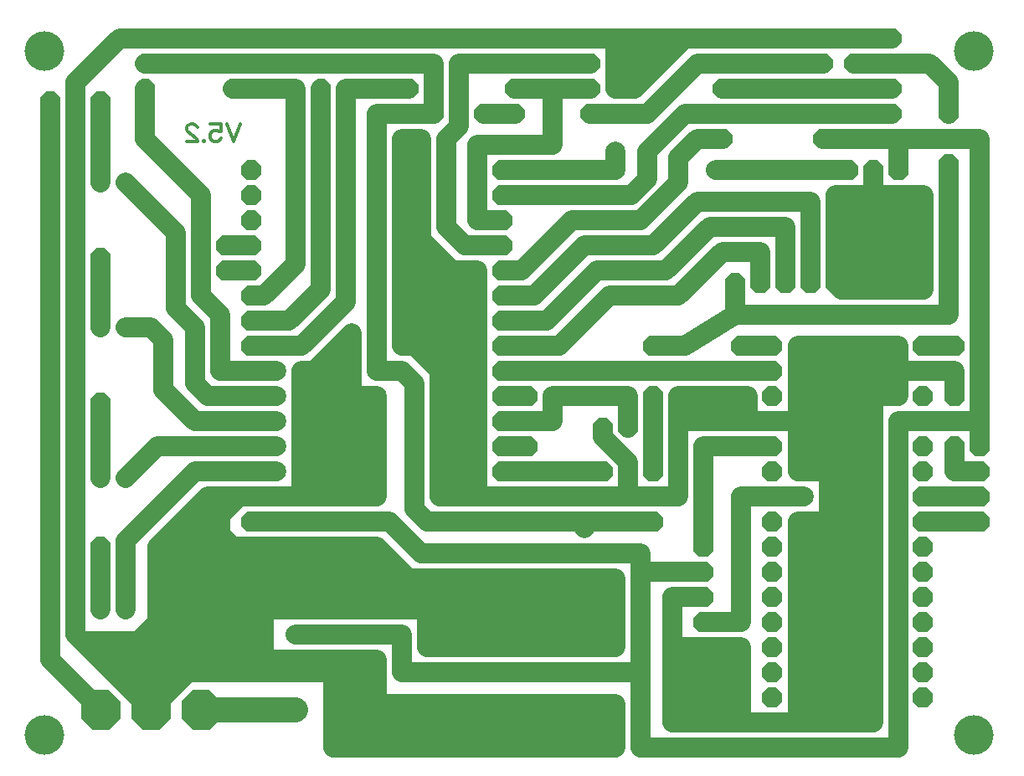
<source format=gbr>
%FSLAX34Y34*%
%MOMM*%
%LNCOPPER_BOTTOM*%
G71*
G01*
%ADD10C, 1.80*%
%ADD11C, 2.00*%
%ADD12C, 2.00*%
%ADD13C, 2.00*%
%ADD14C, 4.00*%
%ADD15C, 2.50*%
%ADD16C, 1.80*%
%ADD17C, 0.32*%
%LPD*%
G36*
X757831Y677543D02*
X763681Y683393D01*
X771981Y683393D01*
X777831Y677543D01*
X777831Y669243D01*
X771981Y663393D01*
X763681Y663393D01*
X757831Y669243D01*
X757831Y677543D01*
G37*
G36*
X757831Y652142D02*
X763681Y657992D01*
X771981Y657992D01*
X777831Y652142D01*
X777831Y643842D01*
X771981Y637992D01*
X763681Y637992D01*
X757831Y643842D01*
X757831Y652142D01*
G37*
G36*
X757831Y626743D02*
X763681Y632593D01*
X771981Y632593D01*
X777831Y626743D01*
X777831Y618443D01*
X771981Y612593D01*
X763681Y612593D01*
X757831Y618443D01*
X757831Y626743D01*
G37*
G36*
X757831Y601343D02*
X763681Y607193D01*
X771981Y607193D01*
X777831Y601343D01*
X777831Y593043D01*
X771981Y587193D01*
X763681Y587193D01*
X757831Y593043D01*
X757831Y601343D01*
G37*
G36*
X757831Y575943D02*
X763681Y581793D01*
X771981Y581793D01*
X777831Y575943D01*
X777831Y567643D01*
X771981Y561793D01*
X763681Y561793D01*
X757831Y567643D01*
X757831Y575943D01*
G37*
G36*
X757831Y550543D02*
X763681Y556393D01*
X771981Y556393D01*
X777831Y550543D01*
X777831Y542243D01*
X771981Y536393D01*
X763681Y536393D01*
X757831Y542243D01*
X757831Y550543D01*
G37*
G36*
X757831Y525143D02*
X763681Y530993D01*
X771981Y530993D01*
X777831Y525143D01*
X777831Y516843D01*
X771981Y510993D01*
X763681Y510993D01*
X757831Y516843D01*
X757831Y525143D01*
G37*
G36*
X757831Y499743D02*
X763681Y505593D01*
X771981Y505593D01*
X777831Y499743D01*
X777831Y491443D01*
X771981Y485593D01*
X763681Y485593D01*
X757831Y491443D01*
X757831Y499743D01*
G37*
G36*
X757831Y474343D02*
X763681Y480193D01*
X771981Y480193D01*
X777831Y474343D01*
X777831Y466043D01*
X771981Y460193D01*
X763681Y460193D01*
X757831Y466043D01*
X757831Y474343D01*
G37*
G36*
X757831Y448943D02*
X763681Y454793D01*
X771981Y454793D01*
X777831Y448943D01*
X777831Y440643D01*
X771981Y434793D01*
X763681Y434793D01*
X757831Y440643D01*
X757831Y448943D01*
G37*
G36*
X757831Y423543D02*
X763681Y429393D01*
X771981Y429393D01*
X777831Y423543D01*
X777831Y415243D01*
X771981Y409393D01*
X763681Y409393D01*
X757831Y415243D01*
X757831Y423543D01*
G37*
G36*
X757831Y398143D02*
X763681Y403993D01*
X771981Y403993D01*
X777831Y398143D01*
X777831Y389843D01*
X771981Y383993D01*
X763681Y383993D01*
X757831Y389843D01*
X757831Y398143D01*
G37*
G36*
X757830Y372743D02*
X763680Y378593D01*
X771980Y378593D01*
X777830Y372743D01*
X777830Y364443D01*
X771980Y358593D01*
X763680Y358593D01*
X757830Y364443D01*
X757830Y372743D01*
G37*
G36*
X757831Y347343D02*
X763681Y353193D01*
X771981Y353193D01*
X777831Y347343D01*
X777831Y339043D01*
X771981Y333193D01*
X763681Y333193D01*
X757831Y339043D01*
X757831Y347343D01*
G37*
G36*
X757831Y321943D02*
X763681Y327793D01*
X771981Y327793D01*
X777831Y321943D01*
X777831Y313643D01*
X771981Y307793D01*
X763681Y307793D01*
X757831Y313643D01*
X757831Y321943D01*
G37*
G36*
X910231Y321943D02*
X916081Y327793D01*
X924381Y327793D01*
X930231Y321943D01*
X930231Y313643D01*
X924381Y307793D01*
X916081Y307793D01*
X910231Y313643D01*
X910231Y321943D01*
G37*
G36*
X910231Y677543D02*
X916081Y683393D01*
X924381Y683393D01*
X930231Y677543D01*
X930231Y669243D01*
X924381Y663393D01*
X916081Y663393D01*
X910231Y669243D01*
X910231Y677543D01*
G37*
G36*
X910231Y652142D02*
X916081Y657992D01*
X924381Y657992D01*
X930231Y652142D01*
X930231Y643842D01*
X924381Y637992D01*
X916081Y637992D01*
X910231Y643842D01*
X910231Y652142D01*
G37*
G36*
X910231Y626743D02*
X916081Y632593D01*
X924381Y632593D01*
X930231Y626743D01*
X930231Y618443D01*
X924381Y612593D01*
X916081Y612593D01*
X910231Y618443D01*
X910231Y626743D01*
G37*
G36*
X910230Y601343D02*
X916080Y607193D01*
X924380Y607193D01*
X930230Y601343D01*
X930230Y593043D01*
X924380Y587193D01*
X916080Y587193D01*
X910230Y593043D01*
X910230Y601343D01*
G37*
G36*
X910231Y575943D02*
X916081Y581793D01*
X924381Y581793D01*
X930231Y575943D01*
X930231Y567643D01*
X924381Y561793D01*
X916081Y561793D01*
X910231Y567643D01*
X910231Y575943D01*
G37*
G36*
X910231Y550543D02*
X916081Y556393D01*
X924381Y556393D01*
X930231Y550543D01*
X930231Y542243D01*
X924381Y536393D01*
X916081Y536393D01*
X910231Y542243D01*
X910231Y550543D01*
G37*
G36*
X910231Y525143D02*
X916081Y530993D01*
X924381Y530993D01*
X930231Y525143D01*
X930231Y516843D01*
X924381Y510993D01*
X916081Y510993D01*
X910231Y516843D01*
X910231Y525143D01*
G37*
G36*
X910231Y499743D02*
X916081Y505593D01*
X924381Y505593D01*
X930231Y499743D01*
X930231Y491443D01*
X924381Y485593D01*
X916081Y485593D01*
X910231Y491443D01*
X910231Y499743D01*
G37*
G36*
X910230Y474343D02*
X916080Y480193D01*
X924380Y480193D01*
X930230Y474343D01*
X930230Y466043D01*
X924380Y460193D01*
X916080Y460193D01*
X910230Y466043D01*
X910230Y474343D01*
G37*
G36*
X910231Y448943D02*
X916081Y454793D01*
X924381Y454793D01*
X930231Y448943D01*
X930231Y440643D01*
X924381Y434793D01*
X916081Y434793D01*
X910231Y440643D01*
X910231Y448943D01*
G37*
G36*
X910230Y423543D02*
X916080Y429393D01*
X924380Y429393D01*
X930230Y423543D01*
X930230Y415243D01*
X924380Y409393D01*
X916080Y409393D01*
X910230Y415243D01*
X910230Y423543D01*
G37*
G36*
X910230Y398143D02*
X916080Y403993D01*
X924380Y403993D01*
X930230Y398143D01*
X930230Y389843D01*
X924380Y383993D01*
X916080Y383993D01*
X910230Y389843D01*
X910230Y398143D01*
G37*
G36*
X910231Y372743D02*
X916081Y378593D01*
X924381Y378593D01*
X930231Y372743D01*
X930231Y364443D01*
X924381Y358593D01*
X916081Y358593D01*
X910231Y364443D01*
X910231Y372743D01*
G37*
G36*
X910231Y347343D02*
X916081Y353193D01*
X924381Y353193D01*
X930231Y347343D01*
X930231Y339043D01*
X924381Y333193D01*
X916081Y333193D01*
X910231Y339043D01*
X910231Y347343D01*
G37*
G36*
X231300Y855050D02*
X237150Y860900D01*
X245450Y860900D01*
X251300Y855050D01*
X251300Y846750D01*
X245450Y840900D01*
X237150Y840900D01*
X231300Y846750D01*
X231300Y855050D01*
G37*
G36*
X231300Y829650D02*
X237150Y835500D01*
X245450Y835500D01*
X251300Y829650D01*
X251300Y821350D01*
X245450Y815500D01*
X237150Y815500D01*
X231300Y821350D01*
X231300Y829650D01*
G37*
G36*
X231300Y804250D02*
X237150Y810100D01*
X245450Y810100D01*
X251300Y804250D01*
X251300Y795950D01*
X245450Y790100D01*
X237150Y790100D01*
X231300Y795950D01*
X231300Y804250D01*
G37*
G36*
X231300Y778850D02*
X237150Y784700D01*
X245450Y784700D01*
X251300Y778850D01*
X251300Y770550D01*
X245450Y764700D01*
X237150Y764700D01*
X231300Y770550D01*
X231300Y778850D01*
G37*
G36*
X231300Y753450D02*
X237150Y759300D01*
X245450Y759300D01*
X251300Y753450D01*
X251300Y745150D01*
X245450Y739300D01*
X237150Y739300D01*
X231300Y745150D01*
X231300Y753450D01*
G37*
G36*
X231300Y728050D02*
X237150Y733900D01*
X245450Y733900D01*
X251300Y728050D01*
X251300Y719750D01*
X245450Y713900D01*
X237150Y713900D01*
X231300Y719750D01*
X231300Y728050D01*
G37*
G36*
X231300Y702650D02*
X237150Y708500D01*
X245450Y708500D01*
X251300Y702650D01*
X251300Y694350D01*
X245450Y688500D01*
X237150Y688500D01*
X231300Y694350D01*
X231300Y702650D01*
G37*
G36*
X231300Y677250D02*
X237150Y683100D01*
X245450Y683100D01*
X251300Y677250D01*
X251300Y668950D01*
X245450Y663100D01*
X237150Y663100D01*
X231300Y668950D01*
X231300Y677250D01*
G37*
G36*
X231300Y651850D02*
X237150Y657700D01*
X245450Y657700D01*
X251300Y651850D01*
X251300Y643550D01*
X245450Y637700D01*
X237150Y637700D01*
X231300Y643550D01*
X231300Y651850D01*
G37*
G36*
X231300Y626450D02*
X237150Y632300D01*
X245450Y632300D01*
X251300Y626450D01*
X251300Y618150D01*
X245450Y612300D01*
X237150Y612300D01*
X231300Y618150D01*
X231300Y626450D01*
G37*
G36*
X231300Y601050D02*
X237150Y606900D01*
X245450Y606900D01*
X251300Y601050D01*
X251300Y592750D01*
X245450Y586900D01*
X237150Y586900D01*
X231300Y592750D01*
X231300Y601050D01*
G37*
G36*
X231300Y575650D02*
X237150Y581500D01*
X245450Y581500D01*
X251300Y575650D01*
X251300Y567350D01*
X245450Y561500D01*
X237150Y561500D01*
X231300Y567350D01*
X231300Y575650D01*
G37*
G36*
X231300Y550250D02*
X237150Y556100D01*
X245450Y556100D01*
X251300Y550250D01*
X251300Y541950D01*
X245450Y536100D01*
X237150Y536100D01*
X231300Y541950D01*
X231300Y550250D01*
G37*
G36*
X231300Y524850D02*
X237150Y530700D01*
X245450Y530700D01*
X251300Y524850D01*
X251300Y516550D01*
X245450Y510700D01*
X237150Y510700D01*
X231300Y516550D01*
X231300Y524850D01*
G37*
G36*
X231300Y499450D02*
X237150Y505300D01*
X245450Y505300D01*
X251300Y499450D01*
X251300Y491150D01*
X245450Y485300D01*
X237150Y485300D01*
X231300Y491150D01*
X231300Y499450D01*
G37*
G36*
X485300Y499450D02*
X491150Y505300D01*
X499450Y505300D01*
X505300Y499450D01*
X505300Y491150D01*
X499450Y485300D01*
X491150Y485300D01*
X485300Y491150D01*
X485300Y499450D01*
G37*
G36*
X485300Y524850D02*
X491150Y530700D01*
X499450Y530700D01*
X505300Y524850D01*
X505300Y516550D01*
X499450Y510700D01*
X491150Y510700D01*
X485300Y516550D01*
X485300Y524850D01*
G37*
G36*
X485300Y550250D02*
X491150Y556100D01*
X499450Y556100D01*
X505300Y550250D01*
X505300Y541950D01*
X499450Y536100D01*
X491150Y536100D01*
X485300Y541950D01*
X485300Y550250D01*
G37*
G36*
X485300Y575650D02*
X491150Y581500D01*
X499450Y581500D01*
X505300Y575650D01*
X505300Y567350D01*
X499450Y561500D01*
X491150Y561500D01*
X485300Y567350D01*
X485300Y575650D01*
G37*
G36*
X485300Y601050D02*
X491150Y606900D01*
X499450Y606900D01*
X505300Y601050D01*
X505300Y592750D01*
X499450Y586900D01*
X491150Y586900D01*
X485300Y592750D01*
X485300Y601050D01*
G37*
G36*
X485300Y626450D02*
X491150Y632300D01*
X499450Y632300D01*
X505300Y626450D01*
X505300Y618150D01*
X499450Y612300D01*
X491150Y612300D01*
X485300Y618150D01*
X485300Y626450D01*
G37*
G36*
X485300Y651850D02*
X491150Y657700D01*
X499450Y657700D01*
X505300Y651850D01*
X505300Y643550D01*
X499450Y637700D01*
X491150Y637700D01*
X485300Y643550D01*
X485300Y651850D01*
G37*
G36*
X485300Y677250D02*
X491150Y683100D01*
X499450Y683100D01*
X505300Y677250D01*
X505300Y668950D01*
X499450Y663100D01*
X491150Y663100D01*
X485300Y668950D01*
X485300Y677250D01*
G37*
G36*
X485300Y702650D02*
X491150Y708500D01*
X499450Y708500D01*
X505300Y702650D01*
X505300Y694350D01*
X499450Y688500D01*
X491150Y688500D01*
X485300Y694350D01*
X485300Y702650D01*
G37*
G36*
X485300Y728050D02*
X491150Y733900D01*
X499450Y733900D01*
X505300Y728050D01*
X505300Y719750D01*
X499450Y713900D01*
X491150Y713900D01*
X485300Y719750D01*
X485300Y728050D01*
G37*
G36*
X485300Y753450D02*
X491150Y759300D01*
X499450Y759300D01*
X505300Y753450D01*
X505300Y745150D01*
X499450Y739300D01*
X491150Y739300D01*
X485300Y745150D01*
X485300Y753450D01*
G37*
G36*
X485300Y778850D02*
X491150Y784700D01*
X499450Y784700D01*
X505300Y778850D01*
X505300Y770550D01*
X499450Y764700D01*
X491150Y764700D01*
X485300Y770550D01*
X485300Y778850D01*
G37*
G36*
X485300Y804250D02*
X491150Y810100D01*
X499450Y810100D01*
X505300Y804250D01*
X505300Y795950D01*
X499450Y790100D01*
X491150Y790100D01*
X485300Y795950D01*
X485300Y804250D01*
G37*
G36*
X485300Y829650D02*
X491150Y835500D01*
X499450Y835500D01*
X505300Y829650D01*
X505300Y821350D01*
X499450Y815500D01*
X491150Y815500D01*
X485300Y821350D01*
X485300Y829650D01*
G37*
G36*
X485300Y855050D02*
X491150Y860900D01*
X499450Y860900D01*
X505300Y855050D01*
X505300Y846750D01*
X499450Y840900D01*
X491150Y840900D01*
X485300Y846750D01*
X485300Y855050D01*
G37*
X114300Y406400D02*
G54D10*
D03*
X88900Y406400D02*
G54D10*
D03*
X63500Y406400D02*
G54D10*
D03*
X114300Y692150D02*
G54D10*
D03*
X88900Y692150D02*
G54D10*
D03*
X63500Y692150D02*
G54D10*
D03*
X114300Y539750D02*
G54D10*
D03*
X88900Y539750D02*
G54D10*
D03*
X63500Y539750D02*
G54D10*
D03*
G36*
X78900Y474050D02*
X84750Y479900D01*
X93050Y479900D01*
X98900Y474050D01*
X98900Y465750D01*
X93050Y459900D01*
X84750Y459900D01*
X78900Y465750D01*
X78900Y474050D01*
G37*
G36*
X78900Y620100D02*
X84750Y625950D01*
X93050Y625950D01*
X98900Y620100D01*
X98900Y611800D01*
X93050Y605950D01*
X84750Y605950D01*
X78900Y611800D01*
X78900Y620100D01*
G37*
G36*
X78900Y766150D02*
X84750Y772000D01*
X93050Y772000D01*
X98900Y766150D01*
X98900Y757850D01*
X93050Y752000D01*
X84750Y752000D01*
X78900Y757850D01*
X78900Y766150D01*
G37*
G36*
X28100Y766150D02*
X33950Y772000D01*
X42250Y772000D01*
X48100Y766150D01*
X48100Y757850D01*
X42250Y752000D01*
X33950Y752000D01*
X28100Y757850D01*
X28100Y766150D01*
G37*
G36*
X28100Y620100D02*
X33950Y625950D01*
X42250Y625950D01*
X48100Y620100D01*
X48100Y611800D01*
X42250Y605950D01*
X33950Y605950D01*
X28100Y611800D01*
X28100Y620100D01*
G37*
G36*
X28100Y474050D02*
X33950Y479900D01*
X42250Y479900D01*
X48100Y474050D01*
X48100Y465750D01*
X42250Y459900D01*
X33950Y459900D01*
X28100Y465750D01*
X28100Y474050D01*
G37*
G36*
X390642Y937600D02*
X396492Y943450D01*
X404792Y943450D01*
X410642Y937600D01*
X410642Y929300D01*
X404792Y923450D01*
X396492Y923450D01*
X390642Y929300D01*
X390642Y937600D01*
G37*
G36*
X390642Y963000D02*
X396492Y968850D01*
X404792Y968850D01*
X410642Y963000D01*
X410642Y954700D01*
X404792Y948850D01*
X396492Y948850D01*
X390642Y954700D01*
X390642Y963000D01*
G37*
G36*
X390642Y988400D02*
X396492Y994250D01*
X404792Y994250D01*
X410642Y988400D01*
X410642Y980100D01*
X404792Y974250D01*
X396492Y974250D01*
X390642Y980100D01*
X390642Y988400D01*
G37*
G36*
X301742Y988400D02*
X307592Y994250D01*
X315892Y994250D01*
X321742Y988400D01*
X321742Y980100D01*
X315892Y974250D01*
X307592Y974250D01*
X301742Y980100D01*
X301742Y988400D01*
G37*
G36*
X301742Y963000D02*
X307592Y968850D01*
X315892Y968850D01*
X321742Y963000D01*
X321742Y954700D01*
X315892Y948850D01*
X307592Y948850D01*
X301742Y954700D01*
X301742Y963000D01*
G37*
G36*
X301742Y937600D02*
X307592Y943450D01*
X315892Y943450D01*
X321742Y937600D01*
X321742Y929300D01*
X315892Y923450D01*
X307592Y923450D01*
X301742Y929300D01*
X301742Y937600D01*
G37*
G36*
X212842Y988400D02*
X218692Y994250D01*
X226992Y994250D01*
X232842Y988400D01*
X232842Y980100D01*
X226992Y974250D01*
X218692Y974250D01*
X212842Y980100D01*
X212842Y988400D01*
G37*
G36*
X212842Y963000D02*
X218692Y968850D01*
X226992Y968850D01*
X232842Y963000D01*
X232842Y954700D01*
X226992Y948850D01*
X218692Y948850D01*
X212842Y954700D01*
X212842Y963000D01*
G37*
G36*
X212842Y937600D02*
X218692Y943450D01*
X226992Y943450D01*
X232842Y937600D01*
X232842Y929300D01*
X226992Y923450D01*
X218692Y923450D01*
X212842Y929300D01*
X212842Y937600D01*
G37*
G36*
X123942Y988400D02*
X129792Y994250D01*
X138092Y994250D01*
X143942Y988400D01*
X143942Y980100D01*
X138092Y974250D01*
X129792Y974250D01*
X123942Y980100D01*
X123942Y988400D01*
G37*
G36*
X123942Y963000D02*
X129792Y968850D01*
X138092Y968850D01*
X143942Y963000D01*
X143942Y954700D01*
X138092Y948850D01*
X129792Y948850D01*
X123942Y954700D01*
X123942Y963000D01*
G37*
G36*
X123942Y937600D02*
X129792Y943450D01*
X138092Y943450D01*
X143942Y937600D01*
X143942Y929300D01*
X138092Y923450D01*
X129792Y923450D01*
X123942Y929300D01*
X123942Y937600D01*
G37*
G54D11*
X133942Y958850D02*
X400642Y958850D01*
X266700Y622300D02*
G54D12*
D03*
X368300Y622300D02*
G54D12*
D03*
X266700Y596900D02*
G54D12*
D03*
X368300Y596900D02*
G54D12*
D03*
X266700Y571500D02*
G54D12*
D03*
X368300Y571500D02*
G54D12*
D03*
X266700Y546100D02*
G54D12*
D03*
X368300Y546100D02*
G54D12*
D03*
G54D11*
X241300Y546100D02*
X266700Y546100D01*
G54D11*
X241300Y571500D02*
X266700Y571500D01*
G54D11*
X241300Y596900D02*
X266700Y596900D01*
G54D11*
X241300Y622300D02*
X266700Y622300D01*
G54D11*
X241300Y520700D02*
X368300Y520700D01*
X368300Y546100D01*
X368300Y622300D01*
G54D11*
X133942Y984250D02*
X400642Y984250D01*
X266700Y647700D02*
G54D12*
D03*
X368300Y647700D02*
G54D12*
D03*
X266700Y673100D02*
G54D12*
D03*
X368300Y673100D02*
G54D12*
D03*
X266700Y698500D02*
G54D12*
D03*
X368300Y698500D02*
G54D12*
D03*
G54D11*
X241300Y647700D02*
X266700Y647700D01*
X266700Y736600D02*
G54D12*
D03*
X368300Y736600D02*
G54D12*
D03*
G54D11*
X368300Y647700D02*
X368300Y736600D01*
G54D11*
X368300Y647700D02*
X393700Y647700D01*
X406400Y635000D01*
X406400Y508000D01*
X419100Y495300D01*
X495300Y495300D01*
G36*
X688500Y474050D02*
X694350Y479900D01*
X702650Y479900D01*
X708500Y474050D01*
X708500Y465750D01*
X702650Y459900D01*
X694350Y459900D01*
X688500Y465750D01*
X688500Y474050D01*
G37*
G36*
X688500Y448650D02*
X694350Y454500D01*
X702650Y454500D01*
X708500Y448650D01*
X708500Y440350D01*
X702650Y434500D01*
X694350Y434500D01*
X688500Y440350D01*
X688500Y448650D01*
G37*
G36*
X688500Y423250D02*
X694350Y429100D01*
X702650Y429100D01*
X708500Y423250D01*
X708500Y414950D01*
X702650Y409100D01*
X694350Y409100D01*
X688500Y414950D01*
X688500Y423250D01*
G37*
G36*
X688500Y397850D02*
X694350Y403700D01*
X702650Y403700D01*
X708500Y397850D01*
X708500Y389550D01*
X702650Y383700D01*
X694350Y383700D01*
X688500Y389550D01*
X688500Y397850D01*
G37*
G36*
X368300Y622300D02*
X342900Y622300D01*
X342900Y685800D01*
X304800Y647700D01*
X292100Y647700D01*
X292100Y520700D01*
X368300Y520700D01*
X368300Y622300D01*
G37*
G54D11*
X368300Y622300D02*
X342900Y622300D01*
X342900Y685800D01*
X304800Y647700D01*
X292100Y647700D01*
X292100Y520700D01*
X368300Y520700D01*
X368300Y622300D01*
X457200Y292100D02*
G54D12*
D03*
X457200Y342900D02*
G54D12*
D03*
X577850Y292100D02*
G54D12*
D03*
X577850Y342900D02*
G54D12*
D03*
X285750Y381000D02*
G54D13*
D03*
X285750Y304800D02*
G54D13*
D03*
G36*
X170500Y313100D02*
X182200Y324800D01*
X198800Y324800D01*
X210500Y313100D01*
X210500Y296500D01*
X198800Y284800D01*
X182200Y284800D01*
X170500Y296500D01*
X170500Y313100D01*
G37*
G36*
X119700Y313100D02*
X131400Y324800D01*
X148000Y324800D01*
X159700Y313100D01*
X159700Y296500D01*
X148000Y284800D01*
X131400Y284800D01*
X119700Y296500D01*
X119700Y313100D01*
G37*
G36*
X68900Y313100D02*
X80600Y324800D01*
X97200Y324800D01*
X108900Y313100D01*
X108900Y296500D01*
X97200Y284800D01*
X80600Y284800D01*
X68900Y296500D01*
X68900Y313100D01*
G37*
X971550Y971550D02*
G54D14*
D03*
X971550Y279400D02*
G54D14*
D03*
X31750Y279400D02*
G54D14*
D03*
X31750Y971550D02*
G54D14*
D03*
G54D15*
X190500Y304800D02*
X285750Y304800D01*
X114300Y838200D02*
G54D10*
D03*
X88900Y838200D02*
G54D10*
D03*
X63500Y838200D02*
G54D10*
D03*
G36*
X78900Y924900D02*
X84750Y930750D01*
X93050Y930750D01*
X98900Y924900D01*
X98900Y916600D01*
X93050Y910750D01*
X84750Y910750D01*
X78900Y916600D01*
X78900Y924900D01*
G37*
G36*
X28100Y924900D02*
X33950Y930750D01*
X42250Y930750D01*
X48100Y924900D01*
X48100Y916600D01*
X42250Y910750D01*
X33950Y910750D01*
X28100Y916600D01*
X28100Y924900D01*
G37*
G54D11*
X38100Y469900D02*
X38100Y920750D01*
G54D11*
X63500Y400050D02*
X63500Y838200D01*
G54D11*
X88900Y838200D02*
X88900Y920750D01*
G54D11*
X88900Y692150D02*
X88900Y762000D01*
G54D11*
X88900Y539750D02*
X88900Y615950D01*
G54D11*
X88900Y406400D02*
X88900Y469900D01*
G54D11*
X241300Y622300D02*
X196850Y622300D01*
X184150Y635000D01*
X184150Y692150D01*
X165100Y711200D01*
X165100Y787400D01*
X114300Y838200D01*
G54D11*
X241300Y596900D02*
X184150Y596900D01*
X152400Y628650D01*
X152400Y679450D01*
X139700Y692150D01*
X114300Y692150D01*
G54D11*
X241300Y571500D02*
X146050Y571500D01*
X114300Y539750D01*
G54D11*
X241300Y546100D02*
X184150Y546100D01*
X114300Y476250D01*
X114300Y406400D01*
G54D11*
X38100Y469900D02*
X38100Y355600D01*
X88900Y304800D01*
G54D11*
X63500Y400050D02*
X63500Y381000D01*
X101600Y342900D01*
X139700Y342900D01*
X139700Y304800D01*
G54D11*
X368300Y736600D02*
X368300Y908050D01*
X425450Y908050D01*
X425450Y958850D01*
X400642Y958850D01*
G54D11*
X241300Y647700D02*
X209550Y647700D01*
X209550Y704850D01*
X190500Y723900D01*
X190500Y825500D01*
X133350Y882650D01*
X133350Y932858D01*
X133942Y933450D01*
G54D11*
X241300Y673100D02*
X292100Y673100D01*
X336550Y717550D01*
X336550Y932858D01*
X400642Y933450D01*
G54D11*
X241300Y698500D02*
X279400Y698500D01*
X311150Y730250D01*
X311150Y932858D01*
X311742Y933450D01*
G54D11*
X241300Y723900D02*
X254000Y723900D01*
X285750Y755650D01*
X285750Y933450D01*
X222842Y933450D01*
G54D11*
X285750Y381000D02*
X393700Y381000D01*
X393700Y342900D01*
X508000Y342900D01*
G54D11*
X698500Y469900D02*
X698500Y571500D01*
X767538Y571500D01*
X767831Y571793D01*
G54D11*
X698500Y393700D02*
X736600Y393700D01*
X736600Y520700D01*
X767538Y520700D01*
X767831Y520993D01*
G54D11*
X495300Y647700D02*
X767538Y647700D01*
X767831Y647992D01*
G54D11*
X508000Y342900D02*
X635000Y342900D01*
X635000Y266700D01*
X895350Y266700D01*
X895350Y596900D01*
X919938Y596900D01*
X920230Y597193D01*
G54D11*
X698500Y419100D02*
X666750Y419100D01*
X666750Y292100D01*
X869950Y292100D01*
X869950Y647700D01*
X919938Y647700D01*
X920231Y647992D01*
G54D11*
X635000Y266700D02*
X635000Y444500D01*
X698500Y444500D01*
X800100Y419100D02*
G54D12*
D03*
X800100Y520700D02*
G54D12*
D03*
G54D11*
X767831Y520993D02*
X799807Y520993D01*
X800100Y520700D01*
G54D11*
X800100Y419100D02*
X863600Y419100D01*
G54D11*
X495300Y520700D02*
X673100Y520700D01*
X673100Y596900D01*
X863600Y596900D01*
G54D11*
X241300Y495300D02*
X381000Y495300D01*
X412750Y463550D01*
X635000Y463550D01*
X635000Y444500D01*
G36*
X609600Y311150D02*
X609600Y266700D01*
X323850Y266700D01*
X323850Y311150D01*
X609600Y311150D01*
G37*
G54D11*
X609600Y311150D02*
X609600Y266700D01*
X323850Y266700D01*
X323850Y311150D01*
X609600Y311150D01*
G36*
X146050Y444500D02*
X146050Y469900D01*
X196850Y520700D01*
X241300Y520700D01*
X228600Y520700D01*
X209550Y501650D01*
X209550Y482600D01*
X228600Y463550D01*
X152400Y463550D01*
X146050Y469900D01*
X146050Y444500D01*
G37*
G54D11*
X146050Y444500D02*
X146050Y469900D01*
X196850Y520700D01*
X241300Y520700D01*
X228600Y520700D01*
X209550Y501650D01*
X209550Y482600D01*
X228600Y463550D01*
X152400Y463550D01*
X146050Y469900D01*
X146050Y444500D01*
G54D11*
X495300Y495300D02*
X647700Y495300D01*
X577850Y438150D02*
G54D12*
D03*
X577850Y488950D02*
G54D12*
D03*
G54D11*
X431800Y571500D02*
X431800Y520700D01*
X495300Y520700D01*
G36*
X739300Y988400D02*
X745150Y994250D01*
X753450Y994250D01*
X759300Y988400D01*
X759300Y980100D01*
X753450Y974250D01*
X745150Y974250D01*
X739300Y980100D01*
X739300Y988400D01*
G37*
G36*
X739300Y963000D02*
X745150Y968850D01*
X753450Y968850D01*
X759300Y963000D01*
X759300Y954700D01*
X753450Y948850D01*
X745150Y948850D01*
X739300Y954700D01*
X739300Y963000D01*
G37*
G36*
X739300Y937600D02*
X745150Y943450D01*
X753450Y943450D01*
X759300Y937600D01*
X759300Y929300D01*
X753450Y923450D01*
X745150Y923450D01*
X739300Y929300D01*
X739300Y937600D01*
G37*
G36*
X739300Y912200D02*
X745150Y918050D01*
X753450Y918050D01*
X759300Y912200D01*
X759300Y903900D01*
X753450Y898050D01*
X745150Y898050D01*
X739300Y903900D01*
X739300Y912200D01*
G37*
G36*
X777400Y988400D02*
X783250Y994250D01*
X791550Y994250D01*
X797400Y988400D01*
X797400Y980100D01*
X791550Y974250D01*
X783250Y974250D01*
X777400Y980100D01*
X777400Y988400D01*
G37*
G36*
X777400Y963000D02*
X783250Y968850D01*
X791550Y968850D01*
X797400Y963000D01*
X797400Y954700D01*
X791550Y948850D01*
X783250Y948850D01*
X777400Y954700D01*
X777400Y963000D01*
G37*
G36*
X777400Y937600D02*
X783250Y943450D01*
X791550Y943450D01*
X797400Y937600D01*
X797400Y929300D01*
X791550Y923450D01*
X783250Y923450D01*
X777400Y929300D01*
X777400Y937600D01*
G37*
G36*
X777400Y912200D02*
X783250Y918050D01*
X791550Y918050D01*
X797400Y912200D01*
X797400Y903900D01*
X791550Y898050D01*
X783250Y898050D01*
X777400Y903900D01*
X777400Y912200D01*
G37*
G36*
X840900Y988400D02*
X846750Y994250D01*
X855050Y994250D01*
X860900Y988400D01*
X860900Y980100D01*
X855050Y974250D01*
X846750Y974250D01*
X840900Y980100D01*
X840900Y988400D01*
G37*
G36*
X840900Y963000D02*
X846750Y968850D01*
X855050Y968850D01*
X860900Y963000D01*
X860900Y954700D01*
X855050Y948850D01*
X846750Y948850D01*
X840900Y954700D01*
X840900Y963000D01*
G37*
G36*
X840900Y937600D02*
X846750Y943450D01*
X855050Y943450D01*
X860900Y937600D01*
X860900Y929300D01*
X855050Y923450D01*
X846750Y923450D01*
X840900Y929300D01*
X840900Y937600D01*
G37*
G36*
X840900Y912200D02*
X846750Y918050D01*
X855050Y918050D01*
X860900Y912200D01*
X860900Y903900D01*
X855050Y898050D01*
X846750Y898050D01*
X840900Y903900D01*
X840900Y912200D01*
G37*
G36*
X879000Y988400D02*
X884850Y994250D01*
X893150Y994250D01*
X899000Y988400D01*
X899000Y980100D01*
X893150Y974250D01*
X884850Y974250D01*
X879000Y980100D01*
X879000Y988400D01*
G37*
G36*
X879000Y963000D02*
X884850Y968850D01*
X893150Y968850D01*
X899000Y963000D01*
X899000Y954700D01*
X893150Y948850D01*
X884850Y948850D01*
X879000Y954700D01*
X879000Y963000D01*
G37*
G36*
X879000Y937600D02*
X884850Y943450D01*
X893150Y943450D01*
X899000Y937600D01*
X899000Y929300D01*
X893150Y923450D01*
X884850Y923450D01*
X879000Y929300D01*
X879000Y937600D01*
G37*
G36*
X879000Y912200D02*
X884850Y918050D01*
X893150Y918050D01*
X899000Y912200D01*
X899000Y903900D01*
X893150Y898050D01*
X884850Y898050D01*
X879000Y903900D01*
X879000Y912200D01*
G37*
G36*
X498000Y988400D02*
X503850Y994250D01*
X512150Y994250D01*
X518000Y988400D01*
X518000Y980100D01*
X512150Y974250D01*
X503850Y974250D01*
X498000Y980100D01*
X498000Y988400D01*
G37*
G36*
X498000Y963000D02*
X503850Y968850D01*
X512150Y968850D01*
X518000Y963000D01*
X518000Y954700D01*
X512150Y948850D01*
X503850Y948850D01*
X498000Y954700D01*
X498000Y963000D01*
G37*
G36*
X498000Y937600D02*
X503850Y943450D01*
X512150Y943450D01*
X518000Y937600D01*
X518000Y929300D01*
X512150Y923450D01*
X503850Y923450D01*
X498000Y929300D01*
X498000Y937600D01*
G37*
G36*
X498000Y912200D02*
X503850Y918050D01*
X512150Y918050D01*
X518000Y912200D01*
X518000Y903900D01*
X512150Y898050D01*
X503850Y898050D01*
X498000Y903900D01*
X498000Y912200D01*
G37*
G36*
X574200Y988400D02*
X580050Y994250D01*
X588350Y994250D01*
X594200Y988400D01*
X594200Y980100D01*
X588350Y974250D01*
X580050Y974250D01*
X574200Y980100D01*
X574200Y988400D01*
G37*
G36*
X574200Y963000D02*
X580050Y968850D01*
X588350Y968850D01*
X594200Y963000D01*
X594200Y954700D01*
X588350Y948850D01*
X580050Y948850D01*
X574200Y954700D01*
X574200Y963000D01*
G37*
G36*
X574200Y937600D02*
X580050Y943450D01*
X588350Y943450D01*
X594200Y937600D01*
X594200Y929300D01*
X588350Y923450D01*
X580050Y923450D01*
X574200Y929300D01*
X574200Y937600D01*
G37*
G36*
X574200Y912200D02*
X580050Y918050D01*
X588350Y918050D01*
X594200Y912200D01*
X594200Y903900D01*
X588350Y898050D01*
X580050Y898050D01*
X574200Y903900D01*
X574200Y912200D01*
G37*
G54D11*
X400642Y984250D02*
X889000Y984250D01*
G54D11*
X495300Y800100D02*
X469900Y800100D01*
X469900Y876300D01*
X546100Y876300D01*
G54D11*
X546100Y876300D02*
X546100Y933450D01*
X508000Y933450D01*
X584200Y933450D01*
G54D11*
X584200Y958850D02*
X450850Y958850D01*
X450850Y895350D01*
X438150Y882650D01*
X438150Y793750D01*
X457200Y774700D01*
X495300Y774700D01*
G36*
X415450Y912200D02*
X421300Y918050D01*
X429600Y918050D01*
X435450Y912200D01*
X435450Y903900D01*
X429600Y898050D01*
X421300Y898050D01*
X415450Y903900D01*
X415450Y912200D01*
G37*
G36*
X466250Y912200D02*
X472100Y918050D01*
X480400Y918050D01*
X486250Y912200D01*
X486250Y903900D01*
X480400Y898050D01*
X472100Y898050D01*
X466250Y903900D01*
X466250Y912200D01*
G37*
G54D11*
X476250Y908050D02*
X508000Y908050D01*
G36*
X707550Y886800D02*
X713400Y892650D01*
X721700Y892650D01*
X727550Y886800D01*
X727550Y878500D01*
X721700Y872650D01*
X713400Y872650D01*
X707550Y878500D01*
X707550Y886800D01*
G37*
G36*
X707550Y937600D02*
X713400Y943450D01*
X721700Y943450D01*
X727550Y937600D01*
X727550Y929300D01*
X721700Y923450D01*
X713400Y923450D01*
X707550Y929300D01*
X707550Y937600D01*
G37*
G54D11*
X717550Y933450D02*
X889000Y933450D01*
G36*
X809150Y963000D02*
X815000Y968850D01*
X823300Y968850D01*
X829150Y963000D01*
X829150Y954700D01*
X823300Y948850D01*
X815000Y948850D01*
X809150Y954700D01*
X809150Y963000D01*
G37*
G36*
X809150Y886800D02*
X815000Y892650D01*
X823300Y892650D01*
X829150Y886800D01*
X829150Y878500D01*
X823300Y872650D01*
X815000Y872650D01*
X809150Y878500D01*
X809150Y886800D01*
G37*
G54D11*
X63500Y838200D02*
X63500Y939800D01*
X107950Y984250D01*
X133942Y984250D01*
G54D11*
X584200Y908050D02*
X641350Y908050D01*
X692150Y958850D01*
X819150Y958850D01*
G54D11*
X850900Y958850D02*
X927100Y958850D01*
G54D11*
X819150Y882650D02*
X977900Y882650D01*
X977900Y596900D01*
X920523Y596900D01*
X920230Y597193D01*
G36*
X637700Y499450D02*
X643550Y505300D01*
X651850Y505300D01*
X657700Y499450D01*
X657700Y491150D01*
X651850Y485300D01*
X643550Y485300D01*
X637700Y491150D01*
X637700Y499450D01*
G37*
G36*
X637700Y550250D02*
X643550Y556100D01*
X651850Y556100D01*
X657700Y550250D01*
X657700Y541950D01*
X651850Y536100D01*
X643550Y536100D01*
X637700Y541950D01*
X637700Y550250D01*
G37*
G54D11*
X647700Y546100D02*
X647700Y622300D01*
G36*
X637700Y626450D02*
X643550Y632300D01*
X651850Y632300D01*
X657700Y626450D01*
X657700Y618150D01*
X651850Y612300D01*
X643550Y612300D01*
X637700Y618150D01*
X637700Y626450D01*
G37*
G36*
X637700Y677250D02*
X643550Y683100D01*
X651850Y683100D01*
X657700Y677250D01*
X657700Y668950D01*
X651850Y663100D01*
X643550Y663100D01*
X637700Y668950D01*
X637700Y677250D01*
G37*
G54D11*
X647700Y673100D02*
X679450Y673100D01*
X730250Y704850D01*
X946150Y704850D01*
X946150Y857250D01*
G36*
X936150Y861400D02*
X942000Y867250D01*
X950300Y867250D01*
X956150Y861400D01*
X956150Y853100D01*
X950300Y847250D01*
X942000Y847250D01*
X936150Y853100D01*
X936150Y861400D01*
G37*
G54D11*
X927100Y958850D02*
X946150Y939800D01*
X946150Y908050D01*
G36*
X936150Y912200D02*
X942000Y918050D01*
X950300Y918050D01*
X956150Y912200D01*
X956150Y903900D01*
X950300Y898050D01*
X942000Y898050D01*
X936150Y903900D01*
X936150Y912200D01*
G37*
G54D11*
X495300Y850900D02*
X609600Y850900D01*
G36*
X393700Y882650D02*
X412750Y882650D01*
X412750Y781050D01*
X444500Y749300D01*
X469900Y749300D01*
X469900Y520700D01*
X431800Y520700D01*
X431800Y647700D01*
X406400Y673100D01*
X393700Y673100D01*
X393700Y882650D01*
G37*
G54D11*
X393700Y882650D02*
X412750Y882650D01*
X412750Y781050D01*
X444500Y749300D01*
X469900Y749300D01*
X469900Y520700D01*
X431800Y520700D01*
X431800Y647700D01*
X406400Y673100D01*
X393700Y673100D01*
X393700Y882650D01*
G36*
X885350Y855050D02*
X891200Y860900D01*
X899500Y860900D01*
X905350Y855050D01*
X905350Y846750D01*
X899500Y840900D01*
X891200Y840900D01*
X885350Y846750D01*
X885350Y855050D01*
G37*
G36*
X859950Y855050D02*
X865800Y860900D01*
X874100Y860900D01*
X879950Y855050D01*
X879950Y846750D01*
X874100Y840900D01*
X865800Y840900D01*
X859950Y846750D01*
X859950Y855050D01*
G37*
G36*
X834550Y855050D02*
X840400Y860900D01*
X848700Y860900D01*
X854550Y855050D01*
X854550Y846750D01*
X848700Y840900D01*
X840400Y840900D01*
X834550Y846750D01*
X834550Y855050D01*
G37*
G36*
X859950Y734400D02*
X865800Y740250D01*
X874100Y740250D01*
X879950Y734400D01*
X879950Y726100D01*
X874100Y720250D01*
X865800Y720250D01*
X859950Y726100D01*
X859950Y734400D01*
G37*
G36*
X859950Y677250D02*
X865800Y683100D01*
X874100Y683100D01*
X879950Y677250D01*
X879950Y668950D01*
X874100Y663100D01*
X865800Y663100D01*
X859950Y668950D01*
X859950Y677250D01*
G37*
G54D11*
X869950Y673100D02*
X869950Y647700D01*
G54D11*
X869950Y730250D02*
X869950Y850900D01*
G54D11*
X895350Y850900D02*
X895350Y882650D01*
X609600Y850900D02*
G54D12*
D03*
X711200Y850900D02*
G54D12*
D03*
G54D11*
X495300Y825500D02*
X625500Y825500D01*
X641400Y841400D01*
X641400Y870000D01*
X679450Y908050D01*
X889000Y908050D01*
G54D11*
X495300Y749300D02*
X514350Y749300D01*
X565150Y800100D01*
X635000Y800100D01*
X673100Y838200D01*
X673100Y863600D01*
X692150Y882650D01*
X717550Y882650D01*
G54D11*
X711200Y850900D02*
X844550Y850900D01*
G36*
X720250Y740750D02*
X726100Y746600D01*
X734400Y746600D01*
X740250Y740750D01*
X740250Y732450D01*
X734400Y726600D01*
X726100Y726600D01*
X720250Y732450D01*
X720250Y740750D01*
G37*
G36*
X745650Y740750D02*
X751500Y746600D01*
X759800Y746600D01*
X765650Y740750D01*
X765650Y732450D01*
X759800Y726600D01*
X751500Y726600D01*
X745650Y732450D01*
X745650Y740750D01*
G37*
G36*
X771050Y740750D02*
X776900Y746600D01*
X785200Y746600D01*
X791050Y740750D01*
X791050Y732450D01*
X785200Y726600D01*
X776900Y726600D01*
X771050Y732450D01*
X771050Y740750D01*
G37*
G36*
X796450Y740750D02*
X802300Y746600D01*
X810600Y746600D01*
X816450Y740750D01*
X816450Y732450D01*
X810600Y726600D01*
X802300Y726600D01*
X796450Y732450D01*
X796450Y740750D01*
G37*
G36*
X821850Y740750D02*
X827700Y746600D01*
X836000Y746600D01*
X841850Y740750D01*
X841850Y732450D01*
X836000Y726600D01*
X827700Y726600D01*
X821850Y732450D01*
X821850Y740750D01*
G37*
G54D11*
X831850Y736600D02*
X863600Y736600D01*
X869950Y730250D01*
G54D11*
X495300Y723900D02*
X527050Y723900D01*
X577850Y774700D01*
X647700Y774700D01*
X692150Y819150D01*
X806450Y819150D01*
X806450Y736600D01*
G54D11*
X495300Y698500D02*
X539750Y698500D01*
X590550Y749300D01*
X660400Y749300D01*
X704850Y793750D01*
X781050Y793750D01*
X781050Y736600D01*
G54D11*
X495300Y673100D02*
X552450Y673100D01*
X603250Y723900D01*
X673100Y723900D01*
X717550Y768350D01*
X755650Y768350D01*
X755650Y736600D01*
G54D11*
X730250Y736600D02*
X730250Y704850D01*
G36*
X831850Y825500D02*
X920750Y825500D01*
X920750Y730250D01*
X838200Y730250D01*
X831850Y736600D01*
X831850Y825500D01*
G37*
G54D11*
X831850Y825500D02*
X920750Y825500D01*
X920750Y730250D01*
X838200Y730250D01*
X831850Y736600D01*
X831850Y825500D01*
G36*
X895350Y622300D02*
X895350Y673100D01*
X793750Y673100D01*
X793750Y546100D01*
X825500Y546100D01*
X825500Y495300D01*
X793750Y495300D01*
X793750Y292100D01*
X869950Y292100D01*
X869950Y622300D01*
X895350Y622300D01*
G37*
G54D11*
X895350Y622300D02*
X895350Y673100D01*
X793750Y673100D01*
X793750Y546100D01*
X825500Y546100D01*
X825500Y495300D01*
X793750Y495300D01*
X793750Y292100D01*
X869950Y292100D01*
X869950Y622300D01*
X895350Y622300D01*
G36*
X673100Y596900D02*
X673100Y622300D01*
X742950Y622300D01*
X742950Y596900D01*
X673100Y596900D01*
G37*
G54D11*
X673100Y596900D02*
X673100Y622300D01*
X742950Y622300D01*
X742950Y596900D01*
X673100Y596900D01*
G36*
X666750Y368300D02*
X736600Y368300D01*
X736600Y298450D01*
X742950Y292100D01*
X666750Y292100D01*
X666750Y368300D01*
G37*
G54D11*
X666750Y368300D02*
X736600Y368300D01*
X736600Y298450D01*
X742950Y292100D01*
X666750Y292100D01*
X666750Y368300D01*
G36*
X609600Y984250D02*
X609600Y933450D01*
X628650Y933450D01*
X679450Y984250D01*
X609600Y984250D01*
G37*
G54D11*
X609600Y984250D02*
X609600Y933450D01*
X628650Y933450D01*
X679450Y984250D01*
X609600Y984250D01*
X895350Y781050D02*
G54D16*
D03*
X946150Y781050D02*
G54D16*
D03*
X641350Y958850D02*
G54D16*
D03*
X692150Y958850D02*
G54D16*
D03*
X431800Y546100D02*
G54D16*
D03*
X431800Y495300D02*
G54D16*
D03*
G36*
X612300Y550250D02*
X618150Y556100D01*
X626450Y556100D01*
X632300Y550250D01*
X632300Y541950D01*
X626450Y536100D01*
X618150Y536100D01*
X612300Y541950D01*
X612300Y550250D01*
G37*
G36*
X586900Y550250D02*
X592750Y556100D01*
X601050Y556100D01*
X606900Y550250D01*
X606900Y541950D01*
X601050Y536100D01*
X592750Y536100D01*
X586900Y541950D01*
X586900Y550250D01*
G37*
G54D11*
X495300Y546100D02*
X596900Y546100D01*
G54D11*
X622300Y546100D02*
X622300Y520700D01*
G36*
X637700Y594700D02*
X643550Y600550D01*
X651850Y600550D01*
X657700Y594700D01*
X657700Y586400D01*
X651850Y580550D01*
X643550Y580550D01*
X637700Y586400D01*
X637700Y594700D01*
G37*
G36*
X612300Y594700D02*
X618150Y600550D01*
X626450Y600550D01*
X632300Y594700D01*
X632300Y586400D01*
X626450Y580550D01*
X618150Y580550D01*
X612300Y586400D01*
X612300Y594700D01*
G37*
G36*
X586900Y594700D02*
X592750Y600550D01*
X601050Y600550D01*
X606900Y594700D01*
X606900Y586400D01*
X601050Y580550D01*
X592750Y580550D01*
X586900Y586400D01*
X586900Y594700D01*
G37*
G54D11*
X495300Y596900D02*
X546100Y596900D01*
X546100Y622300D01*
X622300Y622300D01*
X622300Y590550D01*
X546100Y622300D02*
G54D12*
D03*
X546100Y520700D02*
G54D12*
D03*
G54D17*
X230213Y897352D02*
X223546Y879574D01*
X216880Y897352D01*
G54D17*
X199991Y897352D02*
X210658Y897352D01*
X210658Y889574D01*
X209325Y889574D01*
X206658Y890685D01*
X203991Y890685D01*
X201325Y889574D01*
X199991Y887352D01*
X199991Y882907D01*
X201325Y880685D01*
X203991Y879574D01*
X206658Y879574D01*
X209325Y880685D01*
X210658Y882907D01*
G54D17*
X192702Y879574D02*
X193769Y879574D01*
X193769Y880463D01*
X192702Y880463D01*
X192702Y879574D01*
X193769Y879574D01*
G54D17*
X175813Y879574D02*
X186480Y879574D01*
X186480Y880685D01*
X185147Y882907D01*
X177147Y889574D01*
X175813Y891796D01*
X175813Y894018D01*
X177147Y896241D01*
X179813Y897352D01*
X182480Y897352D01*
X185147Y896241D01*
X186480Y894018D01*
G36*
X510700Y626450D02*
X516550Y632300D01*
X524850Y632300D01*
X530700Y626450D01*
X530700Y618150D01*
X524850Y612300D01*
X516550Y612300D01*
X510700Y618150D01*
X510700Y626450D01*
G37*
G54D11*
X495300Y622300D02*
X520700Y622300D01*
G36*
X510700Y575650D02*
X516550Y581500D01*
X524850Y581500D01*
X530700Y575650D01*
X530700Y567350D01*
X524850Y561500D01*
X516550Y561500D01*
X510700Y567350D01*
X510700Y575650D01*
G37*
G54D11*
X520700Y571500D02*
X495300Y571500D01*
G54D11*
X920231Y647992D02*
X952208Y647992D01*
X952500Y647700D01*
X952500Y622300D01*
G36*
X205900Y778850D02*
X211750Y784700D01*
X220050Y784700D01*
X225900Y778850D01*
X225900Y770550D01*
X220050Y764700D01*
X211750Y764700D01*
X205900Y770550D01*
X205900Y778850D01*
G37*
G36*
X205900Y753450D02*
X211750Y759300D01*
X220050Y759300D01*
X225900Y753450D01*
X225900Y745150D01*
X220050Y739300D01*
X211750Y739300D01*
X205900Y745150D01*
X205900Y753450D01*
G37*
G54D11*
X215900Y774700D02*
X241300Y774700D01*
G54D11*
X215900Y749300D02*
X241300Y749300D01*
G36*
X726600Y677250D02*
X732450Y683100D01*
X740750Y683100D01*
X746600Y677250D01*
X746600Y668950D01*
X740750Y663100D01*
X732450Y663100D01*
X726600Y668950D01*
X726600Y677250D01*
G37*
G54D11*
X736600Y673100D02*
X767538Y673100D01*
X767831Y673393D01*
X609600Y971550D02*
G54D12*
D03*
X609600Y869950D02*
G54D12*
D03*
G54D11*
X609600Y850900D02*
X609600Y869950D01*
G54D11*
X622300Y546100D02*
X622300Y555424D01*
X596795Y580930D01*
X596795Y590445D01*
X596900Y590550D01*
G54D11*
X139700Y355600D02*
X368300Y355600D01*
X368300Y304800D01*
G36*
X139700Y304800D02*
X69850Y374650D01*
X127000Y374650D01*
X146050Y393700D01*
X146050Y469900D01*
X368300Y469900D01*
X400050Y438150D01*
X609600Y438150D01*
X609600Y368300D01*
X419100Y368300D01*
X419100Y406400D01*
X254000Y406400D01*
X254000Y342900D01*
X177800Y342900D01*
X139700Y304800D01*
G37*
G54D11*
X139700Y304800D02*
X69850Y374650D01*
X127000Y374650D01*
X146050Y393700D01*
X146050Y469900D01*
X368300Y469900D01*
X400050Y438150D01*
X609600Y438150D01*
X609600Y368300D01*
X419100Y368300D01*
X419100Y406400D01*
X254000Y406400D01*
X254000Y342900D01*
X177800Y342900D01*
X139700Y304800D01*
G54D11*
X203200Y342900D02*
X355600Y342900D01*
X254100Y304700D02*
G54D16*
D03*
X254000Y406400D02*
G54D16*
D03*
X228600Y304800D02*
G54D16*
D03*
X228600Y406400D02*
G54D16*
D03*
X38100Y355600D02*
G54D16*
D03*
X139700Y355600D02*
G54D16*
D03*
X342900Y381000D02*
G54D16*
D03*
X342900Y330200D02*
G54D16*
D03*
G54D11*
X323850Y311150D02*
X323850Y330200D01*
X355600Y330200D01*
G36*
X967900Y499450D02*
X973750Y505300D01*
X982050Y505300D01*
X987900Y499450D01*
X987900Y491150D01*
X982050Y485300D01*
X973750Y485300D01*
X967900Y491150D01*
X967900Y499450D01*
G37*
G36*
X967900Y524850D02*
X973750Y530700D01*
X982050Y530700D01*
X987900Y524850D01*
X987900Y516550D01*
X982050Y510700D01*
X973750Y510700D01*
X967900Y516550D01*
X967900Y524850D01*
G37*
G36*
X967900Y550250D02*
X973750Y556100D01*
X982050Y556100D01*
X987900Y550250D01*
X987900Y541950D01*
X982050Y536100D01*
X973750Y536100D01*
X967900Y541950D01*
X967900Y550250D01*
G37*
G36*
X967900Y575650D02*
X973750Y581500D01*
X982050Y581500D01*
X987900Y575650D01*
X987900Y567350D01*
X982050Y561500D01*
X973750Y561500D01*
X967900Y567350D01*
X967900Y575650D01*
G37*
G36*
X942500Y575650D02*
X948350Y581500D01*
X956650Y581500D01*
X962500Y575650D01*
X962500Y567350D01*
X956650Y561500D01*
X948350Y561500D01*
X942500Y567350D01*
X942500Y575650D01*
G37*
G36*
X942500Y626450D02*
X948350Y632300D01*
X956650Y632300D01*
X962500Y626450D01*
X962500Y618150D01*
X956650Y612300D01*
X948350Y612300D01*
X942500Y618150D01*
X942500Y626450D01*
G37*
G54D11*
X977900Y520700D02*
X920523Y520700D01*
X920231Y520993D01*
G54D11*
X920231Y495593D02*
X977607Y495593D01*
X977900Y495300D01*
G54D11*
X977900Y571500D02*
X977900Y596900D01*
G54D11*
X952500Y571500D02*
X952500Y546100D01*
X977900Y546100D01*
G36*
X942500Y677250D02*
X948350Y683100D01*
X956650Y683100D01*
X962500Y677250D01*
X962500Y668950D01*
X956650Y663100D01*
X948350Y663100D01*
X942500Y668950D01*
X942500Y677250D01*
G37*
G54D11*
X920231Y673393D02*
X952207Y673393D01*
X952500Y673100D01*
M02*

</source>
